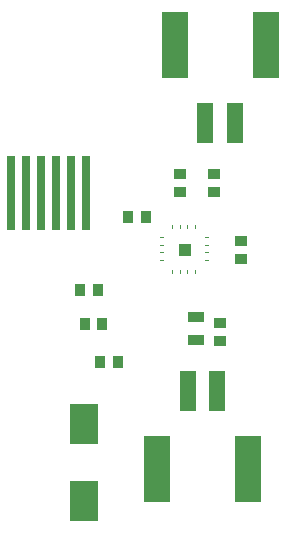
<source format=gtp>
G04 (created by PCBNEW (2013-08-24 BZR 4298)-stable) date Wed 06 Aug 2014 08:08:47 PM PDT*
%MOIN*%
G04 Gerber Fmt 3.4, Leading zero omitted, Abs format*
%FSLAX34Y34*%
G01*
G70*
G90*
G04 APERTURE LIST*
%ADD10C,0.005906*%
%ADD11R,0.094500X0.137800*%
%ADD12R,0.090551X0.220472*%
%ADD13R,0.055118X0.133858*%
%ADD14R,0.055000X0.035000*%
%ADD15R,0.029921X0.250000*%
%ADD16R,0.041732X0.041732*%
%ADD17R,0.015748X0.000394*%
%ADD18R,0.000394X0.015748*%
%ADD19R,0.039400X0.035400*%
%ADD20R,0.035400X0.039400*%
G04 APERTURE END LIST*
G54D10*
G54D11*
X17667Y-24064D03*
X17667Y-26624D03*
G54D12*
X23120Y-25580D03*
G54D13*
X21112Y-22982D03*
X22096Y-22982D03*
G54D12*
X20088Y-25580D03*
X20679Y-11446D03*
G54D13*
X22687Y-14045D03*
X21702Y-14045D03*
G54D12*
X23710Y-11446D03*
G54D14*
X21377Y-20520D03*
X21377Y-21270D03*
G54D15*
X17736Y-16377D03*
X16736Y-16377D03*
X15736Y-16377D03*
X16236Y-16377D03*
X15236Y-16377D03*
X17236Y-16377D03*
G54D16*
X21013Y-18257D03*
G54D17*
X20265Y-17874D03*
X20265Y-18129D03*
X20265Y-18385D03*
X20265Y-18641D03*
G54D18*
X20629Y-19005D03*
X20885Y-19005D03*
X21141Y-19005D03*
X21397Y-19005D03*
G54D17*
X21761Y-18641D03*
X21761Y-18385D03*
X21761Y-18129D03*
X21761Y-17874D03*
G54D18*
X21397Y-17509D03*
X21141Y-17509D03*
X20885Y-17509D03*
X20629Y-17509D03*
G54D19*
X22204Y-21290D03*
X22204Y-20698D03*
X22007Y-16329D03*
X22007Y-15737D03*
X20866Y-16339D03*
X20866Y-15747D03*
G54D20*
X18274Y-20746D03*
X17682Y-20746D03*
G54D19*
X22893Y-18573D03*
X22893Y-17981D03*
G54D20*
X18797Y-22017D03*
X18205Y-22017D03*
X17536Y-19592D03*
X18128Y-19592D03*
X19734Y-17175D03*
X19142Y-17175D03*
M02*

</source>
